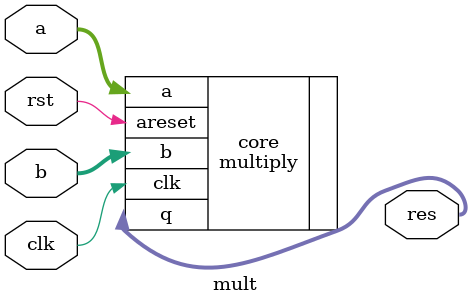
<source format=v>
`timescale 1ns / 1ps


module mult(
    input rst,
    input clk,
    input [31:0] a,
    input [31:0] b,
    output [31:0] res
    );
    
multiply core(
		.a(a),      //      a.a
		.areset(rst), // areset.reset
		.b(b),      //      b.b
		.clk(clk),    //    clk.clk
		.q(res)       //      q.q
	);
    
endmodule

</source>
